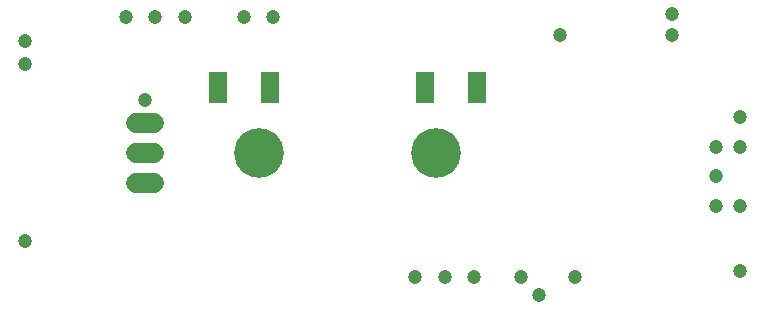
<source format=gbr>
G04 EAGLE Gerber X2 export*
%TF.Part,Single*%
%TF.FileFunction,Soldermask,Bot,1*%
%TF.FilePolarity,Negative*%
%TF.GenerationSoftware,Autodesk,EAGLE,9.1.0*%
%TF.CreationDate,2020-08-17T16:32:54Z*%
G75*
%MOMM*%
%FSLAX34Y34*%
%LPD*%
%AMOC8*
5,1,8,0,0,1.08239X$1,22.5*%
G01*
%ADD10R,1.603200X0.653200*%
%ADD11C,1.727200*%
%ADD12C,1.203200*%
%ADD13C,4.203200*%


D10*
X347000Y209750D03*
X347000Y203250D03*
X347000Y196750D03*
X347000Y190250D03*
X303000Y190250D03*
X303000Y196750D03*
X303000Y203250D03*
X303000Y209750D03*
X522000Y209750D03*
X522000Y203250D03*
X522000Y196750D03*
X522000Y190250D03*
X478000Y190250D03*
X478000Y196750D03*
X478000Y203250D03*
X478000Y209750D03*
D11*
X248620Y119600D02*
X233380Y119600D01*
X233380Y145000D02*
X248620Y145000D01*
X248620Y170400D02*
X233380Y170400D01*
D12*
X275000Y260000D03*
X325000Y260000D03*
X687500Y245000D03*
X241250Y190000D03*
X745000Y175000D03*
X350000Y260000D03*
X745000Y100000D03*
X745000Y150000D03*
X745000Y45000D03*
D13*
X337500Y145000D03*
D12*
X560000Y40000D03*
X605000Y40000D03*
X592500Y245000D03*
X520000Y40000D03*
X250000Y260000D03*
X495000Y40000D03*
X225000Y260000D03*
X725000Y150000D03*
X687500Y262500D03*
X470000Y40000D03*
X725000Y125000D03*
X725000Y100000D03*
X575000Y25000D03*
X140000Y240000D03*
X140000Y70000D03*
X140000Y220000D03*
D13*
X487500Y145000D03*
M02*

</source>
